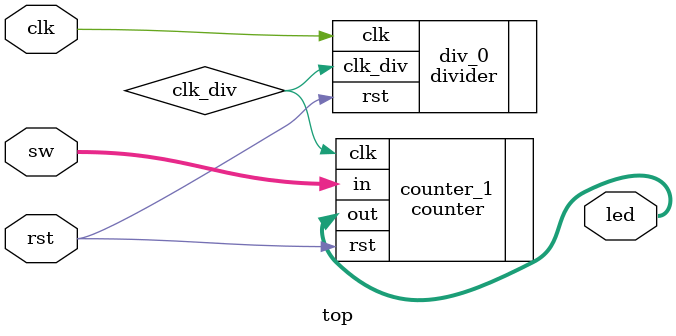
<source format=v>
module top(
    input   clk   ,
    input   rst   ,
    input   [1:0] sw  ,
    output  [3:0] led
    );
    
    wire    clk_div ;
    
    counter counter_1(
    .clk    (clk_div),
    .rst    (rst),
    .in     (sw),
    .out    (led)
    );
    
    divider div_0(
    .clk    (clk),
    .rst    (rst),
    .clk_div    (clk_div)
    );
    
    
endmodule
</source>
